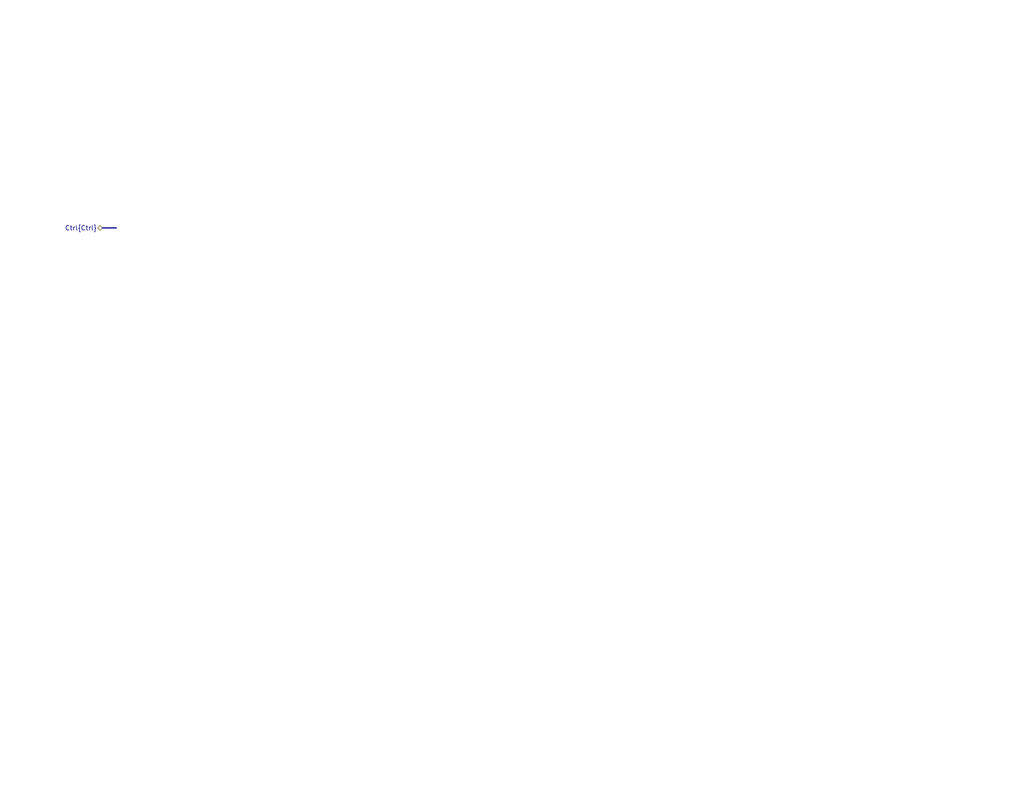
<source format=kicad_sch>
(kicad_sch
	(version 20250114)
	(generator "eeschema")
	(generator_version "9.0")
	(uuid "08075d96-5241-49fc-b2fc-85ae7b1db7a4")
	(paper "USLetter")
	(title_block
		(title "USB-PD")
		(date "2025-10-13")
		(company "WB7NAB")
		(comment 1 "Alan Mimms")
	)
	(lib_symbols)
	(bus
		(pts
			(xy 27.94 62.23) (xy 31.75 62.23)
		)
		(stroke
			(width 0)
			(type default)
		)
		(uuid "f6590aa4-0692-4842-b996-0bbeaac0fc65")
	)
	(hierarchical_label "Ctrl{Ctrl}"
		(shape bidirectional)
		(at 27.94 62.23 180)
		(effects
			(font
				(size 1.27 1.27)
			)
			(justify right)
		)
		(uuid "938446c7-ebdd-4de9-85da-078f0d23387a")
	)
)

</source>
